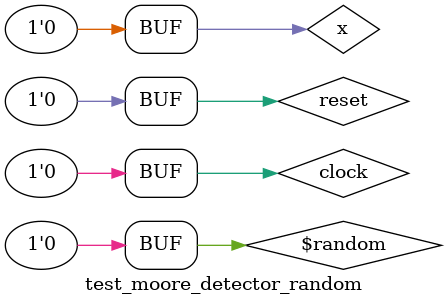
<source format=v>
module test_moore_detector_random;
reg x=0, reset=1, clock=0;
wire z;
moore_detector MUT ( x, reset, clock, z );
initial #24 reset=1'b0;
initial repeat(13) #5 clock=~clock;
initial repeat(10) #7 x=$random;
endmodule

</source>
